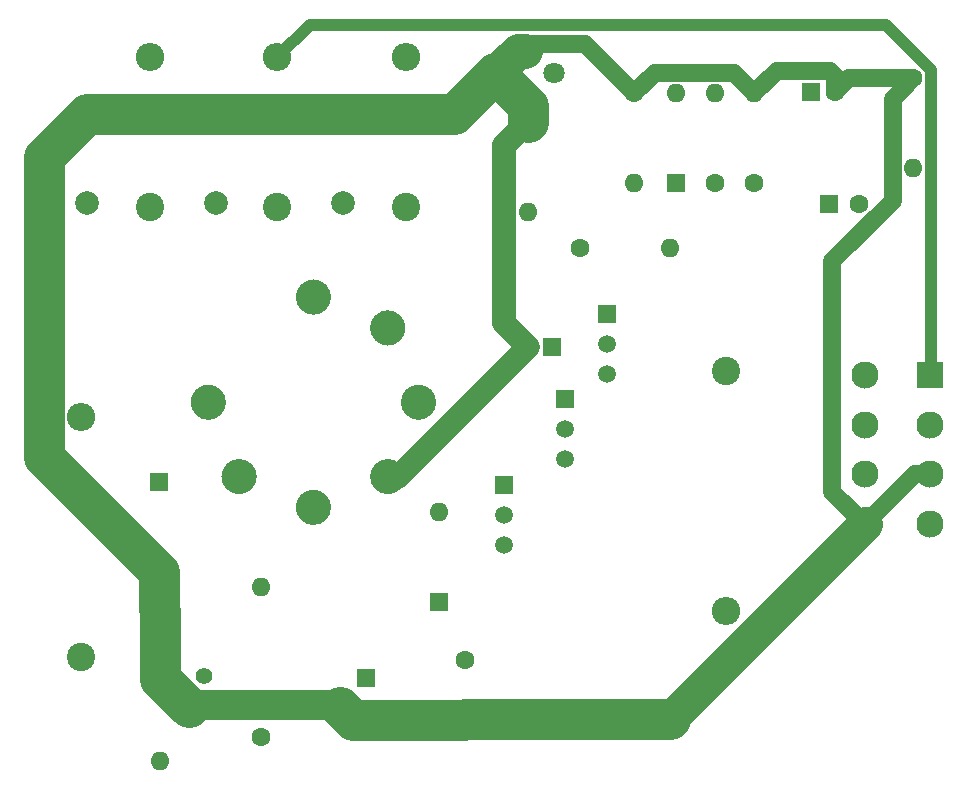
<source format=gbr>
%TF.GenerationSoftware,KiCad,Pcbnew,(5.1.12)-1*%
%TF.CreationDate,2022-10-14T12:22:32-06:00*%
%TF.ProjectId,SE30-Grayscale,53453330-2d47-4726-9179-7363616c652e,rev?*%
%TF.SameCoordinates,Original*%
%TF.FileFunction,Copper,L1,Top*%
%TF.FilePolarity,Positive*%
%FSLAX46Y46*%
G04 Gerber Fmt 4.6, Leading zero omitted, Abs format (unit mm)*
G04 Created by KiCad (PCBNEW (5.1.12)-1) date 2022-10-14 12:22:32*
%MOMM*%
%LPD*%
G01*
G04 APERTURE LIST*
%TA.AperFunction,ComponentPad*%
%ADD10R,1.500000X1.500000*%
%TD*%
%TA.AperFunction,ComponentPad*%
%ADD11C,1.500000*%
%TD*%
%TA.AperFunction,ComponentPad*%
%ADD12R,2.300000X2.300000*%
%TD*%
%TA.AperFunction,ComponentPad*%
%ADD13C,2.300000*%
%TD*%
%TA.AperFunction,ComponentPad*%
%ADD14C,1.800000*%
%TD*%
%TA.AperFunction,ComponentPad*%
%ADD15O,2.400000X2.400000*%
%TD*%
%TA.AperFunction,ComponentPad*%
%ADD16C,2.400000*%
%TD*%
%TA.AperFunction,ComponentPad*%
%ADD17O,1.600000X1.600000*%
%TD*%
%TA.AperFunction,ComponentPad*%
%ADD18C,1.600000*%
%TD*%
%TA.AperFunction,ComponentPad*%
%ADD19R,1.600000X1.600000*%
%TD*%
%TA.AperFunction,ComponentPad*%
%ADD20C,1.400000*%
%TD*%
%TA.AperFunction,ComponentPad*%
%ADD21C,2.000000*%
%TD*%
%TA.AperFunction,Conductor*%
%ADD22C,1.500000*%
%TD*%
%TA.AperFunction,Conductor*%
%ADD23C,3.500000*%
%TD*%
%TA.AperFunction,Conductor*%
%ADD24C,2.000000*%
%TD*%
%TA.AperFunction,Conductor*%
%ADD25C,2.500000*%
%TD*%
%TA.AperFunction,Conductor*%
%ADD26C,3.000000*%
%TD*%
%TA.AperFunction,Conductor*%
%ADD27C,1.000000*%
%TD*%
G04 APERTURE END LIST*
D10*
%TO.P,Q2,1*%
%TO.N,Net-(D1-Pad1)*%
X143002000Y-90678000D03*
D11*
%TO.P,Q2,3*%
%TO.N,Net-(C6-Pad2)*%
X143002000Y-95758000D03*
%TO.P,Q2,2*%
%TO.N,Net-(Q1-Pad3)*%
X143002000Y-93218000D03*
%TD*%
D10*
%TO.P,Q1,1*%
%TO.N,Net-(Q1-Pad1)*%
X148209000Y-83439000D03*
D11*
%TO.P,Q1,3*%
%TO.N,Net-(Q1-Pad3)*%
X148209000Y-88519000D03*
%TO.P,Q1,2*%
%TO.N,Net-(C5-Pad1)*%
X148209000Y-85979000D03*
%TD*%
D12*
%TO.P,J1,1*%
%TO.N,Net-(J1-Pad1)*%
X179070000Y-81407000D03*
D13*
%TO.P,J1,3*%
%TO.N,Net-(J1-Pad3)*%
X179070000Y-85606999D03*
%TO.P,J1,5*%
%TO.N,Earth*%
X179070000Y-89806998D03*
%TO.P,J1,7*%
%TO.N,Net-(J1-Pad7)*%
X179070000Y-94006998D03*
%TO.P,J1,2*%
%TO.N,Net-(J1-Pad2)*%
X173570001Y-81407000D03*
%TO.P,J1,4*%
%TO.N,Net-(C4-Pad2)*%
X173570001Y-85606999D03*
%TO.P,J1,6*%
%TO.N,Net-(C6-Pad2)*%
X173570001Y-89806998D03*
%TO.P,J1,8*%
%TO.N,Earth*%
X173570001Y-94006998D03*
%TD*%
%TO.P,V1,4*%
%TO.N,Earth*%
%TA.AperFunction,ComponentPad*%
G36*
G01*
X134226910Y-88925590D02*
X134226910Y-88925590D01*
G75*
G02*
X134226910Y-91046910I-1060660J-1060660D01*
G01*
X134226910Y-91046910D01*
G75*
G02*
X132105590Y-91046910I-1060660J1060660D01*
G01*
X132105590Y-91046910D01*
G75*
G02*
X132105590Y-88925590I1060660J1060660D01*
G01*
X132105590Y-88925590D01*
G75*
G02*
X134226910Y-88925590I1060660J-1060660D01*
G01*
G37*
%TD.AperFunction*%
%TO.P,V1,5*%
%TO.N,Net-(C1-Pad2)*%
%TA.AperFunction,ComponentPad*%
G36*
G01*
X136833660Y-82632340D02*
X136833660Y-82632340D01*
G75*
G02*
X136833660Y-84753660I-1060660J-1060660D01*
G01*
X136833660Y-84753660D01*
G75*
G02*
X134712340Y-84753660I-1060660J1060660D01*
G01*
X134712340Y-84753660D01*
G75*
G02*
X134712340Y-82632340I1060660J1060660D01*
G01*
X134712340Y-82632340D01*
G75*
G02*
X136833660Y-82632340I1060660J-1060660D01*
G01*
G37*
%TD.AperFunction*%
%TO.P,V1,6*%
%TO.N,Net-(C3-Pad2)*%
%TA.AperFunction,ComponentPad*%
G36*
G01*
X134226910Y-76339090D02*
X134226910Y-76339090D01*
G75*
G02*
X134226910Y-78460410I-1060660J-1060660D01*
G01*
X134226910Y-78460410D01*
G75*
G02*
X132105590Y-78460410I-1060660J1060660D01*
G01*
X132105590Y-78460410D01*
G75*
G02*
X132105590Y-76339090I1060660J1060660D01*
G01*
X132105590Y-76339090D01*
G75*
G02*
X134226910Y-76339090I1060660J-1060660D01*
G01*
G37*
%TD.AperFunction*%
%TO.P,V1,7*%
%TO.N,Net-(C2-Pad2)*%
%TA.AperFunction,ComponentPad*%
G36*
G01*
X127933660Y-73732340D02*
X127933660Y-73732340D01*
G75*
G02*
X127933660Y-75853660I-1060660J-1060660D01*
G01*
X127933660Y-75853660D01*
G75*
G02*
X125812340Y-75853660I-1060660J1060660D01*
G01*
X125812340Y-75853660D01*
G75*
G02*
X125812340Y-73732340I1060660J1060660D01*
G01*
X125812340Y-73732340D01*
G75*
G02*
X127933660Y-73732340I1060660J-1060660D01*
G01*
G37*
%TD.AperFunction*%
%TO.P,V1,1*%
%TO.N,Net-(C1-Pad2)*%
%TA.AperFunction,ComponentPad*%
G36*
G01*
X119033660Y-82632340D02*
X119033660Y-82632340D01*
G75*
G02*
X119033660Y-84753660I-1060660J-1060660D01*
G01*
X119033660Y-84753660D01*
G75*
G02*
X116912340Y-84753660I-1060660J1060660D01*
G01*
X116912340Y-84753660D01*
G75*
G02*
X116912340Y-82632340I1060660J1060660D01*
G01*
X116912340Y-82632340D01*
G75*
G02*
X119033660Y-82632340I1060660J-1060660D01*
G01*
G37*
%TD.AperFunction*%
%TO.P,V1,2*%
%TO.N,Net-(D1-Pad1)*%
%TA.AperFunction,ComponentPad*%
G36*
G01*
X121640410Y-88925590D02*
X121640410Y-88925590D01*
G75*
G02*
X121640410Y-91046910I-1060660J-1060660D01*
G01*
X121640410Y-91046910D01*
G75*
G02*
X119519090Y-91046910I-1060660J1060660D01*
G01*
X119519090Y-91046910D01*
G75*
G02*
X119519090Y-88925590I1060660J1060660D01*
G01*
X119519090Y-88925590D01*
G75*
G02*
X121640410Y-88925590I1060660J-1060660D01*
G01*
G37*
%TD.AperFunction*%
%TO.P,V1,3*%
%TO.N,Net-(C7-Pad2)*%
%TA.AperFunction,ComponentPad*%
G36*
G01*
X127933660Y-91532340D02*
X127933660Y-91532340D01*
G75*
G02*
X127933660Y-93653660I-1060660J-1060660D01*
G01*
X127933660Y-93653660D01*
G75*
G02*
X125812340Y-93653660I-1060660J1060660D01*
G01*
X125812340Y-93653660D01*
G75*
G02*
X125812340Y-91532340I1060660J1060660D01*
G01*
X125812340Y-91532340D01*
G75*
G02*
X127933660Y-91532340I1060660J-1060660D01*
G01*
G37*
%TD.AperFunction*%
%TD*%
D14*
%TO.P,RV1,3*%
%TO.N,Net-(Q3-Pad1)*%
X147280000Y-55840000D03*
%TO.P,RV1,1*%
%TO.N,Earth*%
X142280000Y-55840000D03*
%TO.P,RV1,2*%
X144780000Y-53340000D03*
%TD*%
D15*
%TO.P,R11,2*%
%TO.N,Net-(J1-Pad1)*%
X123825000Y-54483000D03*
D16*
%TO.P,R11,1*%
%TO.N,Net-(C2-Pad2)*%
X123825000Y-67183000D03*
%TD*%
D15*
%TO.P,R10,2*%
%TO.N,Net-(J1-Pad3)*%
X134747000Y-54483000D03*
D16*
%TO.P,R10,1*%
%TO.N,Net-(C3-Pad2)*%
X134747000Y-67183000D03*
%TD*%
D15*
%TO.P,R9,2*%
%TO.N,Net-(J1-Pad2)*%
X113030000Y-54483000D03*
D16*
%TO.P,R9,1*%
%TO.N,Net-(C1-Pad2)*%
X113030000Y-67183000D03*
%TD*%
D17*
%TO.P,R8,2*%
%TO.N,Net-(C5-Pad1)*%
X145034000Y-67564000D03*
D18*
%TO.P,R8,1*%
%TO.N,Earth*%
X145034000Y-59944000D03*
%TD*%
D17*
%TO.P,R7,2*%
%TO.N,Net-(C8-Pad1)*%
X160909000Y-57531000D03*
D18*
%TO.P,R7,1*%
%TO.N,Net-(C6-Pad2)*%
X160909000Y-65151000D03*
%TD*%
D17*
%TO.P,R6,2*%
%TO.N,Net-(C6-Pad2)*%
X157099000Y-70612000D03*
D18*
%TO.P,R6,1*%
%TO.N,Net-(C5-Pad1)*%
X149479000Y-70612000D03*
%TD*%
D17*
%TO.P,R5,2*%
%TO.N,Earth*%
X164211000Y-57531000D03*
D18*
%TO.P,R5,1*%
%TO.N,Net-(C8-Pad1)*%
X164211000Y-65151000D03*
%TD*%
D17*
%TO.P,R4,2*%
%TO.N,Net-(C4-Pad2)*%
X177673000Y-63881000D03*
D18*
%TO.P,R4,1*%
%TO.N,Earth*%
X177673000Y-56261000D03*
%TD*%
D17*
%TO.P,R3,2*%
%TO.N,Net-(Q3-Pad1)*%
X154051000Y-65151000D03*
D18*
%TO.P,R3,1*%
%TO.N,Earth*%
X154051000Y-57531000D03*
%TD*%
D15*
%TO.P,R2,2*%
%TO.N,Net-(D1-Pad1)*%
X107188000Y-84963000D03*
D16*
%TO.P,R2,1*%
%TO.N,Net-(L1-Pad2)*%
X107188000Y-105283000D03*
%TD*%
D15*
%TO.P,R1,2*%
%TO.N,Net-(C6-Pad2)*%
X161798000Y-101346000D03*
D16*
%TO.P,R1,1*%
%TO.N,Net-(Q1-Pad3)*%
X161798000Y-81026000D03*
%TD*%
D10*
%TO.P,Q3,1*%
%TO.N,Net-(Q3-Pad1)*%
X151765000Y-76200000D03*
D11*
%TO.P,Q3,3*%
%TO.N,Net-(Q1-Pad1)*%
X151765000Y-81280000D03*
%TO.P,Q3,2*%
%TO.N,Net-(C4-Pad1)*%
X151765000Y-78740000D03*
%TD*%
D17*
%TO.P,L2,2*%
%TO.N,Net-(C7-Pad2)*%
X122428000Y-99314000D03*
D18*
%TO.P,L2,1*%
%TO.N,Net-(J1-Pad7)*%
X122428000Y-112014000D03*
%TD*%
D17*
%TO.P,L1,2*%
%TO.N,Net-(L1-Pad2)*%
X113919000Y-114046000D03*
D18*
%TO.P,L1,1*%
%TO.N,Earth*%
X113919000Y-101346000D03*
%TD*%
D17*
%TO.P,D3,2*%
%TO.N,Net-(D1-Pad1)*%
X137541000Y-92964000D03*
D19*
%TO.P,D3,1*%
%TO.N,Net-(C6-Pad2)*%
X137541000Y-100584000D03*
%TD*%
D17*
%TO.P,D2,2*%
%TO.N,Net-(C8-Pad1)*%
X157607000Y-57531000D03*
D19*
%TO.P,D2,1*%
%TO.N,Net-(C4-Pad1)*%
X157607000Y-65151000D03*
%TD*%
D17*
%TO.P,D1,2*%
%TO.N,Earth*%
X113792000Y-98044000D03*
D19*
%TO.P,D1,1*%
%TO.N,Net-(D1-Pad1)*%
X113792000Y-90424000D03*
%TD*%
D18*
%TO.P,C9,2*%
%TO.N,Earth*%
X131318000Y-110561000D03*
D19*
%TO.P,C9,1*%
%TO.N,Net-(C6-Pad2)*%
X131318000Y-107061000D03*
%TD*%
D18*
%TO.P,C8,2*%
%TO.N,Earth*%
X171037000Y-57404000D03*
D19*
%TO.P,C8,1*%
%TO.N,Net-(C8-Pad1)*%
X169037000Y-57404000D03*
%TD*%
D20*
%TO.P,C7,2*%
%TO.N,Net-(C7-Pad2)*%
X117602000Y-106847000D03*
%TO.P,C7,1*%
%TO.N,Earth*%
X117602000Y-109347000D03*
%TD*%
D18*
%TO.P,C6,2*%
%TO.N,Net-(C6-Pad2)*%
X139700000Y-105490000D03*
%TO.P,C6,1*%
%TO.N,Earth*%
X139700000Y-110490000D03*
%TD*%
%TO.P,C5,2*%
%TO.N,Earth*%
X145066000Y-78994000D03*
D19*
%TO.P,C5,1*%
%TO.N,Net-(C5-Pad1)*%
X147066000Y-78994000D03*
%TD*%
D18*
%TO.P,C4,2*%
%TO.N,Net-(C4-Pad2)*%
X173061000Y-66929000D03*
D19*
%TO.P,C4,1*%
%TO.N,Net-(C4-Pad1)*%
X170561000Y-66929000D03*
%TD*%
D21*
%TO.P,C3,2*%
%TO.N,Net-(C3-Pad2)*%
X129413000Y-66809000D03*
%TO.P,C3,1*%
%TO.N,Earth*%
X129413000Y-59309000D03*
%TD*%
%TO.P,C2,2*%
%TO.N,Net-(C2-Pad2)*%
X118618000Y-66809000D03*
%TO.P,C2,1*%
%TO.N,Earth*%
X118618000Y-59309000D03*
%TD*%
%TO.P,C1,2*%
%TO.N,Net-(C1-Pad2)*%
X107696000Y-66809000D03*
%TO.P,C1,1*%
%TO.N,Earth*%
X107696000Y-59309000D03*
%TD*%
D22*
%TO.N,Earth*%
X177770001Y-89806998D02*
X173570001Y-94006998D01*
X179070000Y-89806998D02*
X177770001Y-89806998D01*
X173570001Y-94006998D02*
X170815000Y-91251997D01*
X175922999Y-58011001D02*
X177673000Y-56261000D01*
X175922999Y-66657003D02*
X175922999Y-58011001D01*
X170815000Y-71765002D02*
X175922999Y-66657003D01*
X170815000Y-91251997D02*
X170815000Y-71765002D01*
X172180000Y-56261000D02*
X171037000Y-57404000D01*
X177673000Y-56261000D02*
X172180000Y-56261000D01*
X166088001Y-55653999D02*
X164211000Y-57531000D01*
X170597001Y-55653999D02*
X166088001Y-55653999D01*
X171037000Y-56093998D02*
X170597001Y-55653999D01*
X171037000Y-57404000D02*
X171037000Y-56093998D01*
X155801001Y-55780999D02*
X154051000Y-57531000D01*
X162460999Y-55780999D02*
X155801001Y-55780999D01*
X164211000Y-57531000D02*
X162460999Y-55780999D01*
X149860000Y-53340000D02*
X144780000Y-53340000D01*
X154051000Y-57531000D02*
X149860000Y-53340000D01*
X142280000Y-55840000D02*
X140970000Y-57150000D01*
D23*
X113792000Y-101219000D02*
X113919000Y-101346000D01*
X113792000Y-98044000D02*
X113792000Y-101219000D01*
X130186630Y-110561000D02*
X131318000Y-110561000D01*
X129143629Y-109517999D02*
X130186630Y-110561000D01*
X113919000Y-107086002D02*
X116350997Y-109517999D01*
X113919000Y-101346000D02*
X113919000Y-107086002D01*
X139629000Y-110561000D02*
X139700000Y-110490000D01*
X131318000Y-110561000D02*
X139629000Y-110561000D01*
X139700000Y-110490000D02*
X157086999Y-110490000D01*
D24*
X143033999Y-76961999D02*
X145066000Y-78994000D01*
X143033999Y-61944001D02*
X143033999Y-76961999D01*
X145034000Y-59944000D02*
X143033999Y-61944001D01*
X134073750Y-89986250D02*
X133166250Y-89986250D01*
X145066000Y-78994000D02*
X134073750Y-89986250D01*
D25*
X128972630Y-109347000D02*
X129143629Y-109517999D01*
X117602000Y-109347000D02*
X128972630Y-109347000D01*
D26*
X157086999Y-110490000D02*
X173570001Y-94006998D01*
D23*
X104037999Y-62967001D02*
X107696000Y-59309000D01*
X104037999Y-88289999D02*
X104037999Y-62967001D01*
X113792000Y-98044000D02*
X104037999Y-88289999D01*
X107696000Y-59309000D02*
X118618000Y-59309000D01*
X118618000Y-59309000D02*
X129413000Y-59309000D01*
X138811000Y-59309000D02*
X142280000Y-55840000D01*
X129413000Y-59309000D02*
X138811000Y-59309000D01*
X145034000Y-58594000D02*
X142280000Y-55840000D01*
X145034000Y-59944000D02*
X145034000Y-58594000D01*
D26*
X144179991Y-53940009D02*
X144780000Y-53940009D01*
X142280000Y-55840000D02*
X144179991Y-53940009D01*
D27*
%TO.N,Net-(J1-Pad1)*%
X179173001Y-81303999D02*
X179070000Y-81407000D01*
X179173001Y-55540999D02*
X179173001Y-81303999D01*
X175372001Y-51739999D02*
X179173001Y-55540999D01*
X126568001Y-51739999D02*
X175372001Y-51739999D01*
X123825000Y-54483000D02*
X126568001Y-51739999D01*
%TD*%
M02*

</source>
